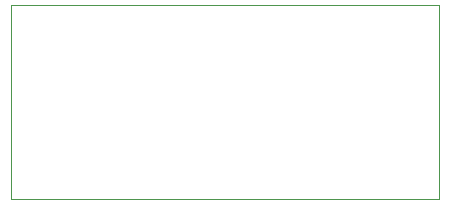
<source format=gko>
G04 #@! TF.FileFunction,Profile,NP*
%FSLAX46Y46*%
G04 Gerber Fmt 4.6, Leading zero omitted, Abs format (unit mm)*
G04 Created by KiCad (PCBNEW (2015-12-22 BZR 6403)-product) date Mon 09 Jan 2017 12:27:38 AM EST*
%MOMM*%
G01*
G04 APERTURE LIST*
%ADD10C,0.100000*%
G04 APERTURE END LIST*
D10*
X124200000Y-114400000D02*
X124200000Y-98000000D01*
X160400000Y-114400000D02*
X124200000Y-114400000D01*
X160400000Y-98000000D02*
X160400000Y-114400000D01*
X124200000Y-98000000D02*
X160400000Y-98000000D01*
M02*

</source>
